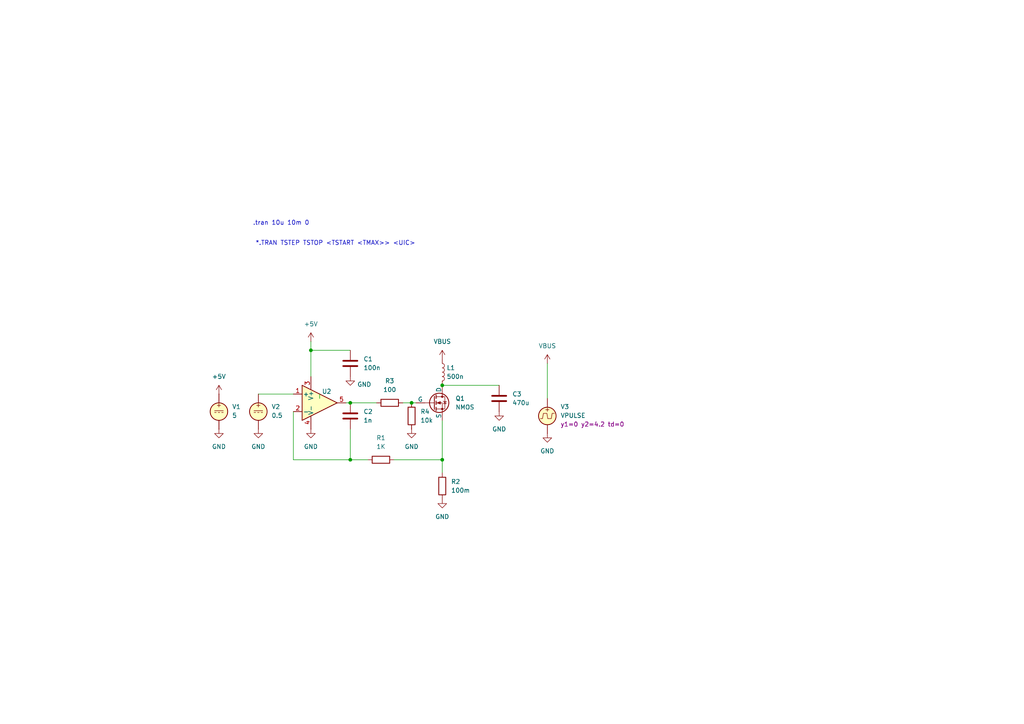
<source format=kicad_sch>
(kicad_sch (version 20250114) (generator "eeschema") (generator_version "9.0")
  (paper "A4")
  (lib_symbols
    (symbol "Device:C" (pin_numbers (hide yes)) (pin_names (offset 0.254))
      (property "Reference" "C" (at 0.635 2.54 0))
      (property "Value" "C" (at 0.635 -2.54 0))
      (symbol "C_0_1"
        (polyline (pts (xy -2.032 0.762) (xy 2.032 0.762)) (stroke (width 0.508)))
        (polyline (pts (xy -2.032 -0.762) (xy 2.032 -0.762)) (stroke (width 0.508)))
      )
      (symbol "C_1_1"
        (pin passive line (at 0 3.81 270) (length 2.794) (name "~") (number "1"))
        (pin passive line (at 0 -3.81 90) (length 2.794) (name "~") (number "2"))
      )
    )
    (symbol "Device:L" (pin_numbers (hide yes)) (pin_names (offset 1.016) (hide yes))
      (property "Reference" "L" (at -1.27 0 90))
      (property "Value" "L" (at 1.905 0 90))
      (symbol "L_0_1"
        (arc (start 0 2.54) (mid 0.6323 1.905) (end 0 1.27))
        (arc (start 0 1.27) (mid 0.6323 0.635) (end 0 0))
        (arc (start 0 0) (mid 0.6323 -0.635) (end 0 -1.27))
        (arc (start 0 -1.27) (mid 0.6323 -1.905) (end 0 -2.54))
      )
      (symbol "L_1_1"
        (pin passive line (at 0 3.81 270) (length 1.27) (name "1") (number "1"))
        (pin passive line (at 0 -3.81 90) (length 1.27) (name "2") (number "2"))
      )
    )
    (symbol "Device:R" (pin_numbers (hide yes)) (pin_names (offset 0))
      (property "Reference" "R" (at 2.032 0 90))
      (property "Value" "R" (at 0 0 90))
      (symbol "R_0_1"
        (rectangle (start -1.016 -2.54) (end 1.016 2.54) (stroke (width 0.254)))
      )
      (symbol "R_1_1"
        (pin passive line (at 0 3.81 270) (length 1.27) (name "~") (number "1"))
        (pin passive line (at 0 -3.81 90) (length 1.27) (name "~") (number "2"))
      )
    )
    (symbol "Simulation_SPICE:NMOS" (pin_numbers (hide yes)) (pin_names (offset 0))
      (property "Reference" "Q" (at 5.08 1.27 0))
      (property "Value" "NMOS" (at 5.08 -1.27 0))
      (symbol "NMOS_0_1"
        (polyline (pts (xy 0.254 1.905) (xy 0.254 -1.905)) (stroke (width 0.254)))
        (polyline (pts (xy 0.254 0) (xy -2.54 0)))
        (polyline (pts (xy 0.762 2.286) (xy 0.762 1.27)) (stroke (width 0.254)))
        (polyline (pts (xy 0.762 0.508) (xy 0.762 -0.508)) (stroke (width 0.254)))
        (polyline (pts (xy 0.762 -1.27) (xy 0.762 -2.286)) (stroke (width 0.254)))
        (polyline (pts (xy 0.762 -1.778) (xy 3.302 -1.778) (xy 3.302 1.778) (xy 0.762 1.778)))
        (polyline (pts (xy 1.016 0) (xy 2.032 0.381) (xy 2.032 -0.381) (xy 1.016 0)) (fill (type outline)))
        (circle (center 1.651 0) (radius 2.794) (stroke (width 0.254)))
        (polyline (pts (xy 2.54 2.54) (xy 2.54 1.778)))
        (circle (center 2.54 1.778) (radius 0.254) (fill (type outline)))
        (circle (center 2.54 -1.778) (radius 0.254) (fill (type outline)))
        (polyline (pts (xy 2.54 -2.54) (xy 2.54 0) (xy 0.762 0)))
        (polyline (pts (xy 2.794 0.508) (xy 2.921 0.381) (xy 3.683 0.381) (xy 3.81 0.254)))
        (polyline (pts (xy 3.302 0.381) (xy 2.921 -0.254) (xy 3.683 -0.254) (xy 3.302 0.381)))
      )
      (symbol "NMOS_1_1"
        (pin input line (at -5.08 0 0) (length 2.54) (name "G") (number "2"))
        (pin passive line (at 2.54 5.08 270) (length 2.54) (name "D") (number "1"))
        (pin passive line (at 2.54 -5.08 90) (length 2.54) (name "S") (number "3"))
      )
    )
    (symbol "Simulation_SPICE:OPAMP" (pin_names (offset 0.254))
      (property "Reference" "U" (at 3.81 3.175 0))
      (property "Value" "${SIM.PARAMS}" (at 3.81 -3.175 0))
      (symbol "OPAMP_0_1"
        (polyline (pts (xy 5.08 0) (xy -5.08 5.08) (xy -5.08 -5.08) (xy 5.08 0)) (stroke (width 0.254)) (fill (type background)))
      )
      (symbol "OPAMP_1_1"
        (pin input line (at -7.62 2.54 0) (length 2.54) (name "+") (number "1"))
        (pin input line (at -7.62 -2.54 0) (length 2.54) (name "-") (number "2"))
        (pin power_in line (at -2.54 7.62 270) (length 3.81) (name "V+") (number "3"))
        (pin power_in line (at -2.54 -7.62 90) (length 3.81) (name "V-") (number "4"))
        (pin output line (at 7.62 0 180) (length 2.54) (name "~") (number "5"))
      )
    )
    (symbol "Simulation_SPICE:VDC" (pin_numbers (hide yes)) (pin_names (offset 0.0254))
      (property "Reference" "V" (at 2.54 2.54 0))
      (property "Value" "1" (at 2.54 0 0))
      (symbol "VDC_0_0"
        (polyline (pts (xy -1.27 0.254) (xy 1.27 0.254)))
        (polyline (pts (xy -0.762 -0.254) (xy -1.27 -0.254)))
        (polyline (pts (xy 0.254 -0.254) (xy -0.254 -0.254)))
        (polyline (pts (xy 1.27 -0.254) (xy 0.762 -0.254)))
        (text "+" (at 0 1.905 0) (effects (font (size 1.27 1.27))))
      )
      (symbol "VDC_0_1"
        (circle (center 0 0) (radius 2.54) (stroke (width 0.254)) (fill (type background)))
      )
      (symbol "VDC_1_1"
        (pin passive line (at 0 5.08 270) (length 2.54) (name "~") (number "1"))
        (pin passive line (at 0 -5.08 90) (length 2.54) (name "~") (number "2"))
      )
    )
    (symbol "Simulation_SPICE:VPULSE" (pin_numbers (hide yes)) (pin_names (offset 0.0254))
      (property "Reference" "V" (at 2.54 2.54 0))
      (property "Value" "VPULSE" (at 2.54 0 0))
      (property "Sim.Params" "y1=0 y2=1 td=2n tr=2n tf=2n tw=50n per=100n" (at 2.54 -2.54 0))
      (symbol "VPULSE_0_0"
        (polyline (pts (xy -2.032 -0.762) (xy -1.397 -0.762) (xy -1.143 0.762) (xy -0.127 0.762) (xy 0.127 -0.762) (xy 1.143 -0.762) (xy 1.397 0.762) (xy 2.032 0.762)))
        (text "+" (at 0 1.905 0) (effects (font (size 1.27 1.27))))
      )
      (symbol "VPULSE_0_1"
        (circle (center 0 0) (radius 2.54) (stroke (width 0.254)) (fill (type background)))
      )
      (symbol "VPULSE_1_1"
        (pin passive line (at 0 5.08 270) (length 2.54) (name "~") (number "1"))
        (pin passive line (at 0 -5.08 90) (length 2.54) (name "~") (number "2"))
      )
    )
    (symbol "power:+5V" (power) (pin_numbers (hide yes)) (pin_names (offset 0) (hide yes))
      (property "Value" "+5V" (at 0 3.556 0))
      (symbol "+5V_0_1"
        (polyline (pts (xy -0.762 1.27) (xy 0 2.54)))
        (polyline (pts (xy 0 2.54) (xy 0.762 1.27)))
        (polyline (pts (xy 0 0) (xy 0 2.54)))
      )
      (symbol "+5V_1_1"
        (pin power_in line (at 0 0 90) (length 0) (name "~") (number "1"))
      )
    )
    (symbol "power:GND" (power) (pin_numbers (hide yes)) (pin_names (offset 0) (hide yes))
      (property "Value" "GND" (at 0 -3.81 0))
      (symbol "GND_0_1"
        (polyline (pts (xy 0 0) (xy 0 -1.27) (xy 1.27 -1.27) (xy 0 -2.54) (xy -1.27 -1.27) (xy 0 -1.27)))
      )
      (symbol "GND_1_1"
        (pin power_in line (at 0 0 270) (length 0) (name "~") (number "1"))
      )
    )
    (symbol "power:VBUS" (power) (pin_numbers (hide yes)) (pin_names (offset 0) (hide yes))
      (property "Value" "VBUS" (at 0 3.556 0))
      (symbol "VBUS_0_1"
        (polyline (pts (xy -0.762 1.27) (xy 0 2.54)))
        (polyline (pts (xy 0 2.54) (xy 0.762 1.27)))
        (polyline (pts (xy 0 0) (xy 0 2.54)))
      )
      (symbol "VBUS_1_1"
        (pin power_in line (at 0 0 90) (length 0) (name "~") (number "1"))
      )
    )
  )
  (text ".tran 10u 10m 0" (at 81.534 64.77 0) (effects (font (size 1.27 1.27))))
  (text "*.TRAN TSTEP TSTOP <TSTART <TMAX>> <UIC>" (at 97.282 70.612 0) (effects (font (size 1.27 1.27))))
  (junction (at 128.27 133.35))
  (junction (at 128.27 111.76))
  (junction (at 119.38 116.84))
  (junction (at 101.6 133.35))
  (junction (at 101.6 116.84))
  (junction (at 90.17 101.6))
  (wire (pts (xy 92.71 114.3) (xy 92.71 115.57)))
  (wire (pts (xy 90.17 101.6) (xy 90.17 109.22)))
  (wire (pts (xy 101.6 116.84) (xy 109.22 116.84)))
  (wire (pts (xy 85.09 133.35) (xy 85.09 119.38)))
  (wire (pts (xy 128.27 133.35) (xy 128.27 137.16)))
  (wire (pts (xy 119.38 116.84) (xy 120.65 116.84)))
  (wire (pts (xy 90.17 101.6) (xy 101.6 101.6)))
  (wire (pts (xy 128.27 121.92) (xy 128.27 133.35)))
  (wire (pts (xy 90.17 99.06) (xy 90.17 101.6)))
  (wire (pts (xy 100.33 116.84) (xy 101.6 116.84)))
  (wire (pts (xy 85.09 133.35) (xy 101.6 133.35)))
  (wire (pts (xy 116.84 116.84) (xy 119.38 116.84)))
  (wire (pts (xy 114.3 133.35) (xy 128.27 133.35)))
  (wire (pts (xy 101.6 133.35) (xy 106.68 133.35)))
  (wire (pts (xy 74.93 114.3) (xy 85.09 114.3)))
  (wire (pts (xy 101.6 124.46) (xy 101.6 133.35)))
  (wire (pts (xy 158.75 105.41) (xy 158.75 115.57)))
  (wire (pts (xy 128.27 111.76) (xy 144.78 111.76)))
  (symbol (lib_id "power:GND") (at 90.17 124.46 0) (unit 1)
    (property "Reference" "#PWR05" (effects (hide yes)))
    (property "Value" "GND" (at 90.17 129.54 0))
    (property "Description" "Power symbol creates a global label with name \"GND\" , ground" (effects (hide yes)))
  )
  (symbol (lib_id "Simulation_SPICE:OPAMP") (at 92.71 116.84 0) (unit 1)
    (property "Reference" "U2" (at 94.742 113.538 0))
    (property "Value" "${SIM.PARAMS}" (at 100.33 113.5949 0))
    (property "Datasheet" "https://ngspice.sourceforge.io/docs/ngspice-html-manual/manual.xhtml#sec__SUBCKT_Subcircuits" (effects (hide yes)))
    (property "Description" "Operational amplifier, single" (effects (hide yes)))
    (property "Sim.Pins" "1=in+ 2=in- 3=vcc 4=vee 5=out" (effects (hide yes)))
    (property "Sim.Device" "SUBCKT" (effects (hide yes)))
    (property "Sim.Library" "${KICAD9_SYMBOL_DIR}/Simulation_SPICE.sp" (effects (hide yes)))
    (property "Sim.Name" "kicad_builtin_opamp" (effects (hide yes)))
  )
  (symbol (lib_id "Device:R") (at 113.03 116.84 90) (unit 1)
    (property "Reference" "R3" (at 113.03 110.49 90))
    (property "Value" "100" (at 113.03 113.03 90))
    (property "Description" "Resistor" (effects (hide yes)))
  )
  (symbol (lib_id "Device:C") (at 101.6 120.65 0) (unit 1) (exclude_from_sim yes)
    (property "Reference" "C2" (at 105.41 119.3799 0) (effects (justify left)))
    (property "Value" "1n" (at 105.41 121.9199 0) (effects (justify left)))
    (property "Description" "Unpolarized capacitor" (effects (hide yes)))
  )
  (symbol (lib_id "power:GND") (at 144.78 119.38 0) (unit 1)
    (property "Reference" "#PWR012" (effects (hide yes)))
    (property "Value" "GND" (at 144.78 124.46 0))
    (property "Description" "Power symbol creates a global label with name \"GND\" , ground" (effects (hide yes)))
  )
  (symbol (lib_id "power:GND") (at 119.38 124.46 0) (unit 1)
    (property "Reference" "#PWR02" (effects (hide yes)))
    (property "Value" "GND" (at 119.38 129.54 0))
    (property "Description" "Power symbol creates a global label with name \"GND\" , ground" (effects (hide yes)))
  )
  (symbol (lib_id "power:VBUS") (at 158.75 105.41 0) (unit 1)
    (property "Reference" "#PWR010" (effects (hide yes)))
    (property "Value" "VBUS" (at 158.75 100.33 0))
    (property "Description" "Power symbol creates a global label with name \"VBUS\"" (effects (hide yes)))
  )
  (symbol (lib_id "power:GND") (at 158.75 125.73 0) (unit 1)
    (property "Reference" "#PWR011" (effects (hide yes)))
    (property "Value" "GND" (at 158.75 130.81 0))
    (property "Description" "Power symbol creates a global label with name \"GND\" , ground" (effects (hide yes)))
  )
  (symbol (lib_id "power:GND") (at 74.93 124.46 0) (unit 1)
    (property "Reference" "#PWR04" (effects (hide yes)))
    (property "Value" "GND" (at 74.93 129.54 0))
    (property "Description" "Power symbol creates a global label with name \"GND\" , ground" (effects (hide yes)))
  )
  (symbol (lib_id "Device:C") (at 101.6 105.41 0) (unit 1)
    (property "Reference" "C1" (at 105.41 104.1399 0) (effects (justify left)))
    (property "Value" "100n" (at 105.41 106.6799 0) (effects (justify left)))
    (property "Description" "Unpolarized capacitor" (effects (hide yes)))
  )
  (symbol (lib_id "power:+5V") (at 90.17 99.06 0) (unit 1)
    (property "Reference" "#PWR06" (effects (hide yes)))
    (property "Value" "+5V" (at 90.17 93.98 0))
    (property "Description" "Power symbol creates a global label with name \"+5V\"" (effects (hide yes)))
  )
  (symbol (lib_id "power:VBUS") (at 128.27 104.14 0) (unit 1)
    (property "Reference" "#PWR07" (effects (hide yes)))
    (property "Value" "VBUS" (at 128.27 99.06 0))
    (property "Description" "Power symbol creates a global label with name \"VBUS\"" (effects (hide yes)))
  )
  (symbol (lib_id "power:GND") (at 128.27 144.78 0) (unit 1)
    (property "Reference" "#PWR03" (effects (hide yes)))
    (property "Value" "GND" (at 128.27 149.86 0))
    (property "Description" "Power symbol creates a global label with name \"GND\" , ground" (effects (hide yes)))
  )
  (symbol (lib_id "power:+5V") (at 63.5 114.3 0) (unit 1)
    (property "Reference" "#PWR08" (effects (hide yes)))
    (property "Value" "+5V" (at 63.5 109.22 0))
    (property "Description" "Power symbol creates a global label with name \"+5V\"" (effects (hide yes)))
  )
  (symbol (lib_id "Device:R") (at 128.27 140.97 0) (unit 1)
    (property "Reference" "R2" (at 130.81 139.6999 0) (effects (justify left)))
    (property "Value" "100m" (at 130.81 142.2399 0) (effects (justify left)))
    (property "Description" "Resistor" (effects (hide yes)))
  )
  (symbol (lib_id "Simulation_SPICE:VPULSE") (at 158.75 120.65 0) (unit 1)
    (property "Reference" "V3" (at 162.56 117.9801 0) (effects (justify left)))
    (property "Value" "VPULSE" (at 162.56 120.5201 0) (effects (justify left)))
    (property "Datasheet" "https://ngspice.sourceforge.io/docs/ngspice-html-manual/manual.xhtml#sec_Independent_Sources_for" (effects (hide yes)))
    (property "Description" "Voltage source, pulse" (effects (hide yes)))
    (property "Sim.Pins" "1=+ 2=-" (effects (hide yes)))
    (property "Sim.Type" "PULSE" (effects (hide yes)))
    (property "Sim.Device" "V" (effects (hide yes)))
    (property "Sim.Params" "y1=0 y2=4.2 td=0" (at 162.56 123.0601 0) (effects (justify left)))
  )
  (symbol (lib_id "power:GND") (at 63.5 124.46 0) (unit 1)
    (property "Reference" "#PWR09" (effects (hide yes)))
    (property "Value" "GND" (at 63.5 129.54 0))
    (property "Description" "Power symbol creates a global label with name \"GND\" , ground" (effects (hide yes)))
  )
  (symbol (lib_id "Simulation_SPICE:VDC") (at 63.5 119.38 0) (unit 1)
    (property "Reference" "V1" (at 67.31 117.9801 0) (effects (justify left)))
    (property "Value" "5" (at 67.31 120.5201 0) (effects (justify left)))
    (property "Datasheet" "https://ngspice.sourceforge.io/docs/ngspice-html-manual/manual.xhtml#sec_Independent_Sources_for" (effects (hide yes)))
    (property "Description" "Voltage source, DC" (effects (hide yes)))
    (property "Sim.Pins" "1=+ 2=-" (effects (hide yes)))
    (property "Sim.Type" "DC" (effects (hide yes)))
    (property "Sim.Device" "V" (effects (hide yes)))
  )
  (symbol (lib_id "Device:R") (at 110.49 133.35 90) (unit 1)
    (property "Reference" "R1" (at 110.49 127 90))
    (property "Value" "1K" (at 110.49 129.54 90))
    (property "Description" "Resistor" (effects (hide yes)))
  )
  (symbol (lib_id "Device:L") (at 128.27 107.95 0) (unit 1)
    (property "Reference" "L1" (at 129.54 106.6799 0) (effects (justify left)))
    (property "Value" "500n" (at 129.54 109.2199 0) (effects (justify left)))
    (property "Description" "Inductor" (effects (hide yes)))
    (property "Sim.Device" "L" (effects (hide yes)))
    (property "Sim.Pins" "1=+ 2=-" (effects (hide yes)))
  )
  (symbol (lib_id "power:GND") (at 101.6 109.22 0) (unit 1)
    (property "Reference" "#PWR01" (effects (hide yes)))
    (property "Value" "GND" (at 105.664 111.506 0))
    (property "Description" "Power symbol creates a global label with name \"GND\" , ground" (effects (hide yes)))
  )
  (symbol (lib_id "Simulation_SPICE:VDC") (at 74.93 119.38 0) (unit 1)
    (property "Reference" "V2" (at 78.74 117.9801 0) (effects (justify left)))
    (property "Value" "0.5" (at 78.74 120.5201 0) (effects (justify left)))
    (property "Datasheet" "https://ngspice.sourceforge.io/docs/ngspice-html-manual/manual.xhtml#sec_Independent_Sources_for" (effects (hide yes)))
    (property "Description" "Voltage source, DC" (effects (hide yes)))
    (property "Sim.Pins" "1=+ 2=-" (effects (hide yes)))
    (property "Sim.Type" "DC" (effects (hide yes)))
    (property "Sim.Device" "V" (effects (hide yes)))
  )
  (symbol (lib_id "Device:C") (at 144.78 115.57 0) (unit 1)
    (property "Reference" "C3" (at 148.59 114.2999 0) (effects (justify left)))
    (property "Value" "470u" (at 148.59 116.8399 0) (effects (justify left)))
    (property "Description" "Unpolarized capacitor" (effects (hide yes)))
  )
  (symbol (lib_id "Device:R") (at 119.38 120.65 0) (unit 1)
    (property "Reference" "R4" (at 121.92 119.3799 0) (effects (justify left)))
    (property "Value" "10k" (at 121.92 121.9199 0) (effects (justify left)))
    (property "Description" "Resistor" (effects (hide yes)))
  )
  (symbol (lib_id "Simulation_SPICE:NMOS") (at 125.73 116.84 0) (unit 1)
    (property "Reference" "Q1" (at 132.08 115.5699 0) (effects (justify left)))
    (property "Value" "NMOS" (at 132.08 118.1099 0) (effects (justify left)))
    (property "Datasheet" "https://ngspice.sourceforge.io/docs/ngspice-html-manual/manual.xhtml#cha_MOSFETs" (effects (hide yes)))
    (property "Description" "N-MOSFET transistor, drain/source/gate" (effects (hide yes)))
    (property "Sim.Device" "NMOS" (effects (hide yes)))
    (property "Sim.Type" "VDMOS" (effects (hide yes)))
    (property "Sim.Pins" "1=D 2=G 3=S" (effects (hide yes)))
  )
)
</source>
